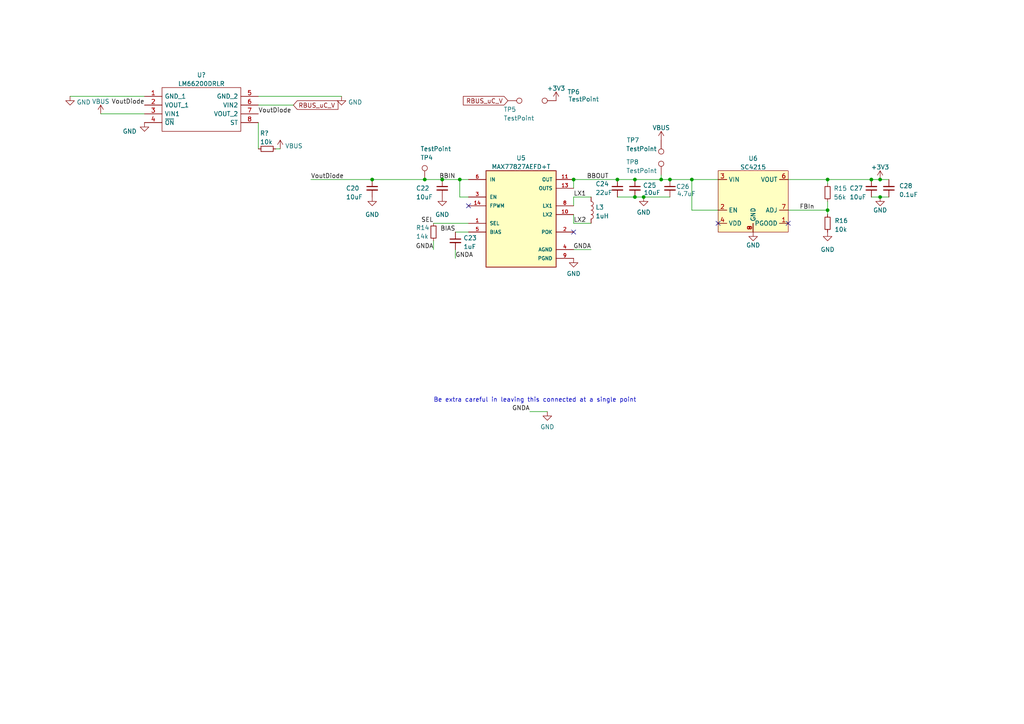
<source format=kicad_sch>
(kicad_sch (version 20211123) (generator eeschema)
  (paper "A4")
  (lib_symbols
    (symbol "Connector:TestPoint" (pin_numbers hide) (pin_names (offset 0.762) hide)
      (property "Reference" "TP" (at 0 6.858 0))
      (property "Value" "TestPoint" (at 0 5.08 0))
      (symbol "TestPoint_0_1"
        (circle (center 0 3.302) (radius 0.762))
      )
      (symbol "TestPoint_1_1"
        (pin passive line (at 0 0 90) (length 2.54) (name "1") (number "1"))
      )
    )
    (symbol "Device:C_Small" (pin_numbers hide) (pin_names (offset 0.254) hide)
      (property "Reference" "C" (at 0.254 1.778 0))
      (property "Value" "C_Small" (at 0.254 -2.032 0))
      (symbol "C_Small_0_1"
        (polyline (pts (xy -1.524 -0.508) (xy 1.524 -0.508)) (stroke (width 0.3302)))
        (polyline (pts (xy -1.524 0.508) (xy 1.524 0.508)) (stroke (width 0.3048)))
      )
      (symbol "C_Small_1_1"
        (pin passive line (at 0 2.54 270) (length 2.032) (name "~") (number "1"))
        (pin passive line (at 0 -2.54 90) (length 2.032) (name "~") (number "2"))
      )
    )
    (symbol "Device:L" (pin_numbers hide) (pin_names (offset 1.016) hide)
      (property "Reference" "L" (at -1.27 0 90))
      (property "Value" "L" (at 1.905 0 90))
      (symbol "L_0_1"
        (arc (start 0 -2.54) (mid 0.635 -1.905) (end 0 -1.27))
        (arc (start 0 -1.27) (mid 0.635 -0.635) (end 0 0))
        (arc (start 0 0) (mid 0.635 0.635) (end 0 1.27))
        (arc (start 0 1.27) (mid 0.635 1.905) (end 0 2.54))
      )
      (symbol "L_1_1"
        (pin passive line (at 0 3.81 270) (length 1.27) (name "1") (number "1"))
        (pin passive line (at 0 -3.81 90) (length 1.27) (name "2") (number "2"))
      )
    )
    (symbol "Device:R_Small" (pin_numbers hide) (pin_names (offset 0.254) hide)
      (property "Reference" "R" (at 0.762 0.508 0))
      (property "Value" "R_Small" (at 0.762 -1.016 0))
      (symbol "R_Small_0_1"
        (rectangle (start -0.762 1.778) (end 0.762 -1.778) (stroke (width 0.2032)))
      )
      (symbol "R_Small_1_1"
        (pin passive line (at 0 2.54 270) (length 0.762) (name "~") (number "1"))
        (pin passive line (at 0 -2.54 90) (length 0.762) (name "~") (number "2"))
      )
    )
    (symbol "iclr:LM66200DRLR" (pin_names (offset 0.762))
      (property "Reference" "U" (at 29.21 7.62 0))
      (property "Value" "LM66200DRLR" (at 29.21 5.08 0))
      (symbol "LM66200DRLR_0_0"
        (pin passive line (at 0 0 0) (length 5.08) (name "GND_1") (number "1"))
        (pin passive line (at 0 -2.54 0) (length 5.08) (name "VOUT_1") (number "2"))
        (pin passive line (at 0 -5.08 0) (length 5.08) (name "VIN1") (number "3"))
        (pin passive line (at 0 -7.62 0) (length 5.08) (name "~{ON}") (number "4"))
        (pin passive line (at 33.02 0 180) (length 5.08) (name "GND_2") (number "5"))
        (pin passive line (at 33.02 -2.54 180) (length 5.08) (name "VIN2") (number "6"))
        (pin passive line (at 33.02 -5.08 180) (length 5.08) (name "VOUT_2") (number "7"))
        (pin passive line (at 33.02 -7.62 180) (length 5.08) (name "ST") (number "8"))
      )
      (symbol "LM66200DRLR_0_1"
        (polyline (pts (xy 5.08 2.54) (xy 27.94 2.54) (xy 27.94 -10.16) (xy 5.08 -10.16) (xy 5.08 2.54)) (stroke (width 0.1524)))
      )
    )
    (symbol "iclr:MAX77827AEFD+T" (pin_names (offset 1.016))
      (property "Reference" "U?" (at -10.16 13.208 0))
      (property "Value" "MAX77827AEFD+T" (at -10.16 -17.78 0))
      (symbol "MAX77827AEFD+T_0_0"
        (rectangle (start -10.16 -15.24) (end 10.16 12.7) (stroke (width 0.254)) (fill (type background)))
        (pin passive line (at -15.24 -2.54 0) (length 5.08) (name "SEL") (number "1"))
        (pin passive line (at 15.24 0 180) (length 5.08) (name "LX2") (number "10"))
        (pin output line (at 15.24 10.16 180) (length 5.08) (name "OUT") (number "11"))
        (pin input line (at 15.24 7.62 180) (length 5.08) (name "OUTS") (number "13"))
        (pin input line (at -15.24 2.54 0) (length 5.08) (name "FPWM") (number "14"))
        (pin output line (at 15.24 -5.08 180) (length 5.08) (name "POK") (number "2"))
        (pin input line (at -15.24 5.08 0) (length 5.08) (name "EN") (number "3"))
        (pin power_in line (at 15.24 -10.16 180) (length 5.08) (name "AGND") (number "4"))
        (pin passive line (at -15.24 -5.08 0) (length 5.08) (name "BIAS") (number "5"))
        (pin input line (at -15.24 10.16 0) (length 5.08) (name "IN") (number "6"))
        (pin passive line (at 15.24 2.54 180) (length 5.08) (name "LX1") (number "8"))
        (pin power_in line (at 15.24 -12.7 180) (length 5.08) (name "PGND") (number "9"))
      )
    )
    (symbol "iclr:RT9025-25GSP"
      (property "Reference" "U6" (at 0 4.8428 0))
      (property "Value" "RT9025-25GSP" (at 0 2.3059 0))
      (symbol "RT9025-25GSP_1_1"
        (rectangle (start -10.16 1.27) (end 10.16 -16.51) (fill (type background)))
        (pin output line (at 10.16 -13.97 180) (length 2.54) (name "PGOOD") (number "1"))
        (pin input line (at -10.16 -10.16 0) (length 2.54) (name "EN") (number "2"))
        (pin input line (at -10.16 -1.27 0) (length 2.54) (name "VIN") (number "3"))
        (pin input line (at -10.16 -13.97 0) (length 2.54) (name "VDD") (number "4"))
        (pin output line (at 10.16 -1.27 180) (length 2.54) (name "VOUT") (number "6"))
        (pin input line (at 10.16 -10.16 180) (length 2.54) (name "ADJ") (number "7"))
        (pin input line (at 0 -16.51 90) (length 2.54) (name "GND") (number "8"))
        (pin input line (at 0 -16.51 90) (length 2.54) (name "GND") (number "9"))
      )
    )
    (symbol "power:+3.3V" (power) (pin_names (offset 0))
      (property "Value" "+3.3V" (at 0 3.556 0))
      (symbol "+3.3V_0_1"
        (polyline (pts (xy -0.762 1.27) (xy 0 2.54)))
        (polyline (pts (xy 0 0) (xy 0 2.54)))
        (polyline (pts (xy 0 2.54) (xy 0.762 1.27)))
      )
      (symbol "+3.3V_1_1"
        (pin power_in line (at 0 0 90) (length 0) hide (name "+3V3") (number "1"))
      )
    )
    (symbol "power:GND" (power) (pin_names (offset 0))
      (property "Value" "GND" (at 0 -3.81 0))
      (symbol "GND_0_1"
        (polyline (pts (xy 0 0) (xy 0 -1.27) (xy 1.27 -1.27) (xy 0 -2.54) (xy -1.27 -1.27) (xy 0 -1.27)))
      )
      (symbol "GND_1_1"
        (pin power_in line (at 0 0 270) (length 0) hide (name "GND") (number "1"))
      )
    )
    (symbol "power:VBUS" (power) (pin_names (offset 0))
      (property "Value" "VBUS" (at 0 3.81 0))
      (symbol "VBUS_0_1"
        (polyline (pts (xy -0.762 1.27) (xy 0 2.54)))
        (polyline (pts (xy 0 0) (xy 0 2.54)))
        (polyline (pts (xy 0 2.54) (xy 0.762 1.27)))
      )
      (symbol "VBUS_1_1"
        (pin power_in line (at 0 0 90) (length 0) hide (name "VBUS") (number "1"))
      )
    )
  )
  (junction (at 184.15 52.07))
  (junction (at 240.03 52.07))
  (junction (at 255.27 52.07))
  (junction (at 191.77 52.07))
  (junction (at 186.69 57.15))
  (junction (at 128.27 52.07))
  (junction (at 252.73 52.07))
  (junction (at 194.31 52.07))
  (junction (at 255.27 57.15))
  (junction (at 166.37 52.07))
  (junction (at 123.19 52.07))
  (junction (at 240.03 60.96))
  (junction (at 107.95 52.07))
  (junction (at 133.35 52.07))
  (junction (at 179.07 52.07))
  (junction (at 184.15 57.15))
  (junction (at 200.66 52.07))
  (no_connect (at 166.37 67.31))
  (no_connect (at 135.89 59.69))
  (no_connect (at 228.6 64.77))
  (no_connect (at 208.28 64.77))
  (wire (pts (xy 107.95 52.07) (xy 123.19 52.07)))
  (wire (pts (xy 133.35 57.15) (xy 135.89 57.15)))
  (wire (pts (xy 166.37 52.07) (xy 179.07 52.07)))
  (wire (pts (xy 20.32 27.94) (xy 41.91 27.94)))
  (wire (pts (xy 179.07 52.07) (xy 184.15 52.07)))
  (wire (pts (xy 240.03 52.07) (xy 240.03 53.34)))
  (wire (pts (xy 166.37 57.15) (xy 171.45 57.15)))
  (wire (pts (xy 200.66 52.07) (xy 200.66 60.96)))
  (wire (pts (xy 179.07 57.15) (xy 184.15 57.15)))
  (wire (pts (xy 228.6 52.07) (xy 240.03 52.07)))
  (wire (pts (xy 166.37 64.77) (xy 166.37 62.23)))
  (wire (pts (xy 200.66 52.07) (xy 208.28 52.07)))
  (wire (pts (xy 85.09 30.48) (xy 74.93 30.48)))
  (wire (pts (xy 125.73 64.77) (xy 135.89 64.77)))
  (wire (pts (xy 166.37 72.39) (xy 171.45 72.39)))
  (wire (pts (xy 191.77 52.07) (xy 194.31 52.07)))
  (wire (pts (xy 99.06 27.94) (xy 74.93 27.94)))
  (wire (pts (xy 240.03 58.42) (xy 240.03 60.96)))
  (wire (pts (xy 166.37 59.69) (xy 166.37 57.15)))
  (wire (pts (xy 191.77 50.8) (xy 191.77 52.07)))
  (wire (pts (xy 184.15 52.07) (xy 191.77 52.07)))
  (wire (pts (xy 252.73 57.15) (xy 255.27 57.15)))
  (wire (pts (xy 133.35 52.07) (xy 133.35 57.15)))
  (wire (pts (xy 200.66 60.96) (xy 208.28 60.96)))
  (wire (pts (xy 123.19 52.07) (xy 128.27 52.07)))
  (wire (pts (xy 186.69 57.15) (xy 194.31 57.15)))
  (wire (pts (xy 194.31 52.07) (xy 200.66 52.07)))
  (wire (pts (xy 125.73 72.39) (xy 125.73 69.85)))
  (wire (pts (xy 228.6 60.96) (xy 240.03 60.96)))
  (wire (pts (xy 171.45 64.77) (xy 166.37 64.77)))
  (wire (pts (xy 255.27 57.15) (xy 257.81 57.15)))
  (wire (pts (xy 90.17 52.07) (xy 107.95 52.07)))
  (wire (pts (xy 186.69 57.15) (xy 184.15 57.15)))
  (wire (pts (xy 153.67 119.38) (xy 158.75 119.38)))
  (wire (pts (xy 128.27 52.07) (xy 133.35 52.07)))
  (wire (pts (xy 29.21 33.02) (xy 41.91 33.02)))
  (wire (pts (xy 81.28 43.18) (xy 80.01 43.18)))
  (wire (pts (xy 166.37 54.61) (xy 166.37 52.07)))
  (wire (pts (xy 132.08 67.31) (xy 135.89 67.31)))
  (wire (pts (xy 255.27 52.07) (xy 252.73 52.07)))
  (wire (pts (xy 133.35 52.07) (xy 135.89 52.07)))
  (wire (pts (xy 255.27 52.07) (xy 257.81 52.07)))
  (wire (pts (xy 240.03 60.96) (xy 240.03 62.23)))
  (wire (pts (xy 240.03 52.07) (xy 252.73 52.07)))
  (wire (pts (xy 132.08 74.93) (xy 132.08 72.39)))
  (wire (pts (xy 74.93 43.18) (xy 74.93 35.56)))
  (text "Be extra careful in leaving this connected at a single point\n" (at 125.73 116.84 0) (effects (font (size 1.27 1.27)) (justify left bottom)))
  (label "GNDA" (at 132.08 74.93 0))
  (label "FBIn" (at 236.22 60.96 180))
  (label "BIAS" (at 132.08 67.31 180))
  (label "VoutDiode" (at 41.91 30.48 180))
  (label "LX2" (at 166.37 64.77 0))
  (label "GNDA" (at 153.67 119.38 180))
  (label "GNDA" (at 125.73 72.39 180))
  (label "SEL" (at 125.73 64.77 180))
  (label "VoutDiode" (at 74.93 33.02 0))
  (label "GNDA" (at 171.45 72.39 180))
  (label "BBOUT" (at 170.18 52.07 0))
  (label "VoutDiode" (at 90.17 52.07 0))
  (label "LX1" (at 166.37 57.15 0))
  (label "BBIN" (at 132.08 52.07 180))
  (global_label "RBUS_uC_V" (shape input) (at 85.09 30.48 0) (property "Intersheet References" "${INTERSHEET_REFS}" (effects hide)))
  (global_label "RBUS_uC_V" (shape input) (at 147.32 29.21 180) (property "Intersheet References" "${INTERSHEET_REFS}" (effects hide)))
  (symbol (lib_id "power:+3.3V") (at 161.29 29.21 0) (unit 1)
    (property "Reference" "#PWR045" (effects hide))
    (property "Value" "+3.3V" (at 161.29 25.6342 0))
  )
  (symbol (lib_id "Connector:TestPoint") (at 191.77 50.8 0) (unit 1)
    (property "Reference" "TP8" (at 181.61 46.99 0) (effects (justify left)))
    (property "Value" "TestPoint" (at 181.61 49.5269 0) (effects (justify left)))
    (property "Footprint" "TestPoint:TestPoint_Pad_D1.5mm" (effects hide))
  )
  (symbol (lib_id "Device:R_Small") (at 125.73 67.31 0) (unit 1)
    (property "Reference" "R14" (at 120.65 66.04 0) (effects (justify left)))
    (property "Value" "14k" (at 120.65 68.5769 0) (effects (justify left)))
    (property "Footprint" "Resistor_SMD:R_0402_1005Metric" (effects hide))
  )
  (symbol (lib_id "Device:R_Small") (at 77.47 43.18 270) (unit 1)
    (property "Reference" "R?" (at 75.4011 38.6379 90) (effects (justify left)))
    (property "Value" "10k" (at 75.4011 41.1779 90) (effects (justify left)))
    (property "Footprint" "Resistor_SMD:R_0402_1005Metric" (effects hide))
  )
  (symbol (lib_id "Device:C_Small") (at 257.81 54.61 180) (unit 1)
    (property "Reference" "C28" (at 260.7683 53.9154 0) (effects (justify right)))
    (property "Value" "0.1uF" (at 260.7683 56.4554 0) (effects (justify right)))
    (property "Footprint" "Capacitor_SMD:C_0402_1005Metric" (effects hide))
  )
  (symbol (lib_id "Connector:TestPoint") (at 147.32 29.21 270) (unit 1)
    (property "Reference" "TP5" (at 146.05 31.75 90) (effects (justify left)))
    (property "Value" "TestPoint" (at 146.05 34.2869 90) (effects (justify left)))
    (property "Footprint" "TestPoint:TestPoint_Pad_D1.5mm" (effects hide))
  )
  (symbol (lib_id "power:VBUS") (at 191.77 40.64 0) (unit 1)
    (property "Reference" "#PWR049" (effects hide))
    (property "Value" "VBUS" (at 191.77 37.0642 0))
  )
  (symbol (lib_id "Device:C_Small") (at 184.15 54.61 0) (unit 1)
    (property "Reference" "C25" (at 186.4741 53.7816 0) (effects (justify left)))
    (property "Value" "10uF" (at 186.69 55.88 0) (effects (justify left)))
    (property "Footprint" "Capacitor_SMD:C_0402_1005Metric" (effects hide))
  )
  (symbol (lib_id "Device:L") (at 171.45 60.96 0) (unit 1)
    (property "Reference" "L3" (at 172.72 60.1253 0) (effects (justify left)))
    (property "Value" "1uH" (at 172.72 62.6622 0) (effects (justify left)))
    (property "Footprint" "Inductor_SMD:L_0805_2012Metric" (effects hide))
  )
  (symbol (lib_id "Connector:TestPoint") (at 123.19 52.07 0) (unit 1)
    (property "Reference" "TP4" (at 121.92 45.72 0) (effects (justify left)))
    (property "Value" "TestPoint" (at 121.92 43.1831 0) (effects (justify left)))
    (property "Footprint" "TestPoint:TestPoint_Pad_D1.5mm" (effects hide))
  )
  (symbol (lib_id "Device:R_Small") (at 240.03 64.77 0) (unit 1)
    (property "Reference" "R16" (at 242.044 64.0197 0) (effects (justify left)))
    (property "Value" "10k" (at 242.044 66.5597 0) (effects (justify left)))
    (property "Footprint" "Resistor_SMD:R_0402_1005Metric" (effects hide))
  )
  (symbol (lib_id "Device:C_Small") (at 107.95 54.61 0) (unit 1)
    (property "Reference" "C20" (at 100.33 54.61 0) (effects (justify left)))
    (property "Value" "10uF" (at 100.33 57.1469 0) (effects (justify left)))
    (property "Footprint" "Capacitor_SMD:C_0402_1005Metric" (effects hide))
  )
  (symbol (lib_id "power:GND") (at 20.32 27.94 0) (unit 1)
    (property "Reference" "#PWR?" (effects hide))
    (property "Value" "GND" (at 22.225 29.6438 0) (effects (justify left)))
  )
  (symbol (lib_id "power:GND") (at 186.69 57.15 0) (unit 1)
    (property "Reference" "#PWR048" (effects hide))
    (property "Value" "GND" (at 186.69 61.5934 0))
  )
  (symbol (lib_id "power:GND") (at 107.95 57.15 0) (unit 1)
    (property "Reference" "#PWR0108" (effects hide))
    (property "Value" "GND" (at 107.95 62.23 0))
  )
  (symbol (lib_id "power:GND") (at 41.91 35.56 0) (unit 1)
    (property "Reference" "#PWR?" (effects hide))
    (property "Value" "GND" (at 35.56 38.1 0) (effects (justify left)))
  )
  (symbol (lib_id "Device:C_Small") (at 128.27 54.61 0) (unit 1)
    (property "Reference" "C22" (at 120.65 54.61 0) (effects (justify left)))
    (property "Value" "10uF" (at 120.65 57.1469 0) (effects (justify left)))
    (property "Footprint" "Capacitor_SMD:C_0603_1608Metric" (effects hide))
  )
  (symbol (lib_id "power:+3.3V") (at 255.27 52.07 0) (unit 1)
    (property "Reference" "#PWR052" (effects hide))
    (property "Value" "+3.3V" (at 255.27 48.4942 0))
  )
  (symbol (lib_id "Connector:TestPoint") (at 191.77 40.64 180) (unit 1)
    (property "Reference" "TP7" (at 185.42 40.64 0) (effects (justify left)))
    (property "Value" "TestPoint" (at 190.5 43.1769 0) (effects (justify left)))
    (property "Footprint" "TestPoint:TestPoint_Pad_D1.5mm" (effects hide))
  )
  (symbol (lib_id "power:GND") (at 255.27 57.15 0) (unit 1)
    (property "Reference" "#PWR053" (effects hide))
    (property "Value" "GND" (at 255.27 60.96 0))
  )
  (symbol (lib_id "power:VBUS") (at 81.28 43.18 0) (unit 1)
    (property "Reference" "#PWR?" (effects hide))
    (property "Value" "VBUS" (at 82.677 42.3438 0) (effects (justify left)))
  )
  (symbol (lib_id "power:GND") (at 218.44 67.31 0) (unit 1)
    (property "Reference" "#PWR050" (effects hide))
    (property "Value" "GND" (at 218.44 71.12 0))
  )
  (symbol (lib_id "Device:C_Small") (at 252.73 54.61 180) (unit 1)
    (property "Reference" "C27" (at 246.38 54.61 0) (effects (justify right)))
    (property "Value" "10uF" (at 246.38 57.15 0) (effects (justify right)))
    (property "Footprint" "Capacitor_SMD:C_0402_1005Metric" (effects hide))
  )
  (symbol (lib_id "power:GND") (at 128.27 57.15 0) (unit 1)
    (property "Reference" "#PWR041" (effects hide))
    (property "Value" "GND" (at 128.27 62.23 0))
  )
  (symbol (lib_id "Connector:TestPoint") (at 161.29 29.21 90) (unit 1)
    (property "Reference" "TP6" (at 166.37 26.67 90))
    (property "Value" "TestPoint" (at 169.291 28.7716 90))
    (property "Footprint" "TestPoint:TestPoint_Pad_D1.5mm" (effects hide))
  )
  (symbol (lib_id "power:GND") (at 99.06 27.94 0) (unit 1)
    (property "Reference" "#PWR?" (effects hide))
    (property "Value" "GND" (at 100.965 29.6438 0) (effects (justify left)))
  )
  (symbol (lib_id "iclr:RT9025-25GSP") (at 218.44 50.8 0) (unit 1)
    (property "Reference" "U6" (at 218.44 45.9572 0))
    (property "Value" "SC4215" (at 218.44 48.4941 0))
    (property "Footprint" "iclr:SOIC127P599X175-9N" (effects hide))
  )
  (symbol (lib_id "iclr:MAX77827AEFD+T") (at 151.13 62.23 0) (unit 1)
    (property "Reference" "U5" (at 151.13 45.8302 0))
    (property "Value" "MAX77827AEFD+T" (at 151.13 48.3671 0))
    (property "Footprint" "iclr:CONV_MAX77827AEFD+T" (effects hide))
    (property "MANUFACTURER" "Maxim Integrated" (effects hide))
    (property "MAXIMUM_PACKAGE_HEIGHT" "0.6mm" (effects hide))
    (property "PARTREV" "B" (effects hide))
    (property "STANDARD" "Manufacturer Recommended" (effects hide))
  )
  (symbol (lib_id "power:GND") (at 240.03 67.31 0) (unit 1)
    (property "Reference" "#PWR051" (effects hide))
    (property "Value" "GND" (at 240.03 72.39 0))
  )
  (symbol (lib_id "power:GND") (at 166.37 74.93 0) (unit 1)
    (property "Reference" "#PWR046" (effects hide))
    (property "Value" "GND" (at 166.37 79.3734 0))
  )
  (symbol (lib_id "Device:C_Small") (at 194.31 54.61 0) (unit 1)
    (property "Reference" "C26" (at 196.0936 54.1168 0) (effects (justify left)))
    (property "Value" "4.7uF" (at 196.3095 56.2152 0) (effects (justify left)))
    (property "Footprint" "Capacitor_SMD:C_0402_1005Metric" (effects hide))
  )
  (symbol (lib_id "Device:C_Small") (at 179.07 54.61 0) (unit 1)
    (property "Reference" "C24" (at 172.72 53.3431 0) (effects (justify left)))
    (property "Value" "22uF" (at 172.72 55.88 0) (effects (justify left)))
    (property "Footprint" "Capacitor_SMD:C_0603_1608Metric" (effects hide))
  )
  (symbol (lib_id "Device:R_Small") (at 240.03 55.88 0) (unit 1)
    (property "Reference" "R15" (at 241.7867 54.6505 0) (effects (justify left)))
    (property "Value" "56k" (at 241.7867 57.1905 0) (effects (justify left)))
    (property "Footprint" "Resistor_SMD:R_0402_1005Metric" (effects hide))
  )
  (symbol (lib_id "Device:C_Small") (at 132.08 69.85 0) (unit 1)
    (property "Reference" "C23" (at 134.4041 69.0216 0) (effects (justify left)))
    (property "Value" "1uF" (at 134.4041 71.5585 0) (effects (justify left)))
    (property "Footprint" "Capacitor_SMD:C_0402_1005Metric" (effects hide))
  )
  (symbol (lib_id "power:VBUS") (at 29.21 33.02 0) (unit 1)
    (property "Reference" "#PWR?" (effects hide))
    (property "Value" "VBUS" (at 29.21 29.4442 0))
  )
  (symbol (lib_id "power:GND") (at 158.75 119.38 0) (unit 1)
    (property "Reference" "#PWR044" (effects hide))
    (property "Value" "GND" (at 158.75 123.8234 0))
  )
  (symbol (lib_id "iclr:LM66200DRLR") (at 41.91 27.94 0) (unit 1)
    (property "Reference" "U?" (at 58.42 21.751 0))
    (property "Value" "LM66200DRLR" (at 58.42 24.2879 0))
    (property "Footprint" "SOTFL50P160X60-8N" (effects hide))
    (property "Datasheet" "https://www.ti.com/lit/gpn/lm66200" (effects hide))
    (property "Description" "1.6-V to 5.5-V, 40-m, 2.5-A, low-IQ, dual ideal diode" (effects hide))
    (property "Height" "0.6" (effects hide))
    (property "Manufacturer_Name" "Texas Instruments" (effects hide))
    (property "Manufacturer_Part_Number" "LM66200DRLR" (effects hide))
    (property "Mouser Part Number" "595-LM66200DRLR" (effects hide))
    (property "Mouser Price/Stock" "https://www.mouser.co.uk/ProductDetail/Texas-Instruments/LM66200DRLR?qs=Rp5uXu7WBW90hnpZAkIOdQ%3D%3D" (effects hide))
    (property "Arrow Part Number" "LM66200DRLR" (effects hide))
    (property "Arrow Price/Stock" "https://www.arrow.com/en/products/lm66200drlr/texas-instruments?region=nac" (effects hide))
  )
)
</source>
